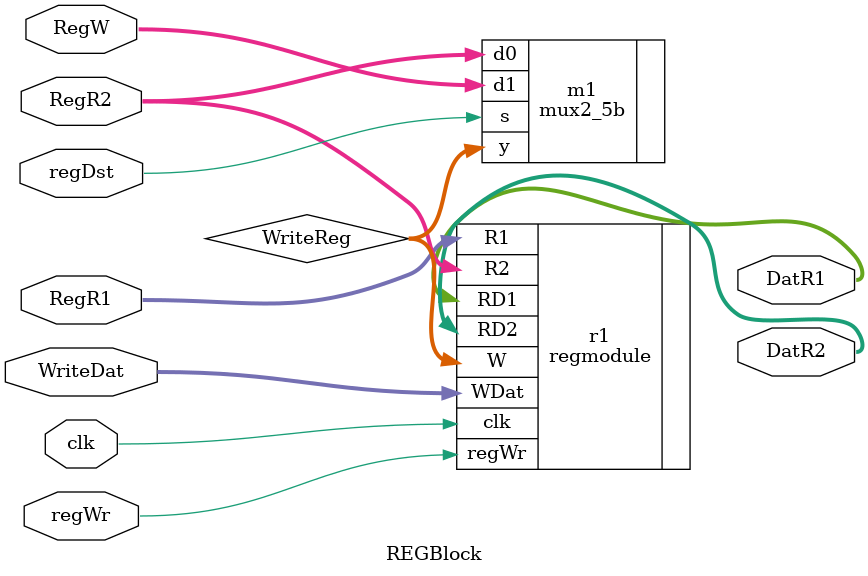
<source format=v>
module REGBlock(clk, RegR1, RegR2, regDst, RegW, regWr, WriteDat, DatR1, DatR2);
input [31:0] WriteDat;
input [4:0] RegR1, RegR2, RegW;
input clk, regDst, regWr;
output [31:0] DatR1, DatR2;
wire [4:0] WriteReg;

mux2_5b m1(.d0(RegR2), .d1(RegW), .s(regDst), .y(WriteReg));

regmodule r1(.clk(clk), .R1(RegR1), .R2(RegR2),
	 .W(WriteReg), .WDat(WriteDat), .regWr(regWr),
	 .RD1(DatR1), .RD2(DatR2));

endmodule
</source>
